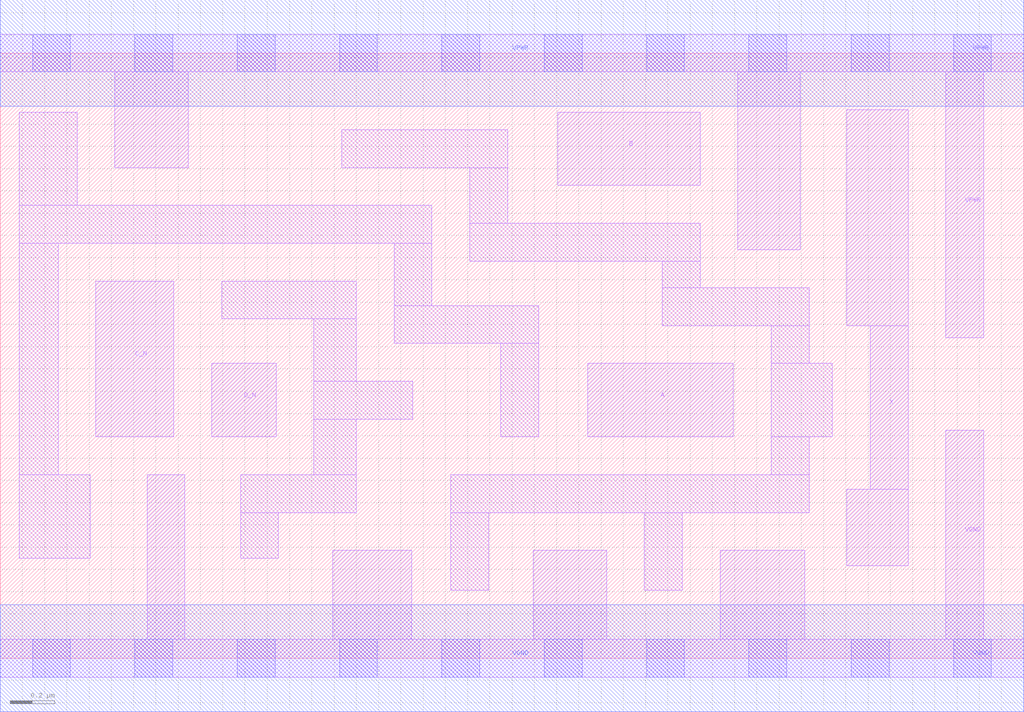
<source format=lef>
# Copyright 2020 The SkyWater PDK Authors
#
# Licensed under the Apache License, Version 2.0 (the "License");
# you may not use this file except in compliance with the License.
# You may obtain a copy of the License at
#
#     https://www.apache.org/licenses/LICENSE-2.0
#
# Unless required by applicable law or agreed to in writing, software
# distributed under the License is distributed on an "AS IS" BASIS,
# WITHOUT WARRANTIES OR CONDITIONS OF ANY KIND, either express or implied.
# See the License for the specific language governing permissions and
# limitations under the License.
#
# SPDX-License-Identifier: Apache-2.0

VERSION 5.7 ;
  NAMESCASESENSITIVE ON ;
  NOWIREEXTENSIONATPIN ON ;
  DIVIDERCHAR "/" ;
  BUSBITCHARS "[]" ;
UNITS
  DATABASE MICRONS 200 ;
END UNITS
MACRO sky130_fd_sc_hd__or4bb_2
  CLASS CORE ;
  SOURCE USER ;
  FOREIGN sky130_fd_sc_hd__or4bb_2 ;
  ORIGIN  0.000000  0.000000 ;
  SIZE  4.600000 BY  2.720000 ;
  SYMMETRY X Y R90 ;
  SITE unithd ;
  PIN A
    ANTENNAGATEAREA  0.126000 ;
    DIRECTION INPUT ;
    USE SIGNAL ;
    PORT
      LAYER li1 ;
        RECT 2.640000 0.995000 3.295000 1.325000 ;
    END
  END A
  PIN B
    ANTENNAGATEAREA  0.126000 ;
    DIRECTION INPUT ;
    USE SIGNAL ;
    PORT
      LAYER li1 ;
        RECT 2.505000 2.125000 3.145000 2.455000 ;
    END
  END B
  PIN C_N
    ANTENNAGATEAREA  0.126000 ;
    DIRECTION INPUT ;
    USE SIGNAL ;
    PORT
      LAYER li1 ;
        RECT 0.430000 0.995000 0.780000 1.695000 ;
    END
  END C_N
  PIN D_N
    ANTENNAGATEAREA  0.126000 ;
    DIRECTION INPUT ;
    USE SIGNAL ;
    PORT
      LAYER li1 ;
        RECT 0.950000 0.995000 1.240000 1.325000 ;
    END
  END D_N
  PIN X
    ANTENNADIFFAREA  0.445500 ;
    DIRECTION OUTPUT ;
    USE SIGNAL ;
    PORT
      LAYER li1 ;
        RECT 3.805000 0.415000 4.080000 0.760000 ;
        RECT 3.805000 1.495000 4.080000 2.465000 ;
        RECT 3.910000 0.760000 4.080000 1.495000 ;
    END
  END X
  PIN VGND
    DIRECTION INOUT ;
    SHAPE ABUTMENT ;
    USE GROUND ;
    PORT
      LAYER li1 ;
        RECT 0.000000 -0.085000 4.600000 0.085000 ;
        RECT 0.660000  0.085000 0.830000 0.825000 ;
        RECT 1.495000  0.085000 1.850000 0.485000 ;
        RECT 2.395000  0.085000 2.725000 0.485000 ;
        RECT 3.235000  0.085000 3.615000 0.485000 ;
        RECT 4.250000  0.085000 4.420000 1.025000 ;
      LAYER mcon ;
        RECT 0.145000 -0.085000 0.315000 0.085000 ;
        RECT 0.605000 -0.085000 0.775000 0.085000 ;
        RECT 1.065000 -0.085000 1.235000 0.085000 ;
        RECT 1.525000 -0.085000 1.695000 0.085000 ;
        RECT 1.985000 -0.085000 2.155000 0.085000 ;
        RECT 2.445000 -0.085000 2.615000 0.085000 ;
        RECT 2.905000 -0.085000 3.075000 0.085000 ;
        RECT 3.365000 -0.085000 3.535000 0.085000 ;
        RECT 3.825000 -0.085000 3.995000 0.085000 ;
        RECT 4.285000 -0.085000 4.455000 0.085000 ;
      LAYER met1 ;
        RECT 0.000000 -0.240000 4.600000 0.240000 ;
    END
  END VGND
  PIN VPWR
    DIRECTION INOUT ;
    SHAPE ABUTMENT ;
    USE POWER ;
    PORT
      LAYER li1 ;
        RECT 0.000000 2.635000 4.600000 2.805000 ;
        RECT 0.515000 2.205000 0.845000 2.635000 ;
        RECT 3.315000 1.835000 3.595000 2.635000 ;
        RECT 4.250000 1.440000 4.420000 2.635000 ;
      LAYER mcon ;
        RECT 0.145000 2.635000 0.315000 2.805000 ;
        RECT 0.605000 2.635000 0.775000 2.805000 ;
        RECT 1.065000 2.635000 1.235000 2.805000 ;
        RECT 1.525000 2.635000 1.695000 2.805000 ;
        RECT 1.985000 2.635000 2.155000 2.805000 ;
        RECT 2.445000 2.635000 2.615000 2.805000 ;
        RECT 2.905000 2.635000 3.075000 2.805000 ;
        RECT 3.365000 2.635000 3.535000 2.805000 ;
        RECT 3.825000 2.635000 3.995000 2.805000 ;
        RECT 4.285000 2.635000 4.455000 2.805000 ;
      LAYER met1 ;
        RECT 0.000000 2.480000 4.600000 2.960000 ;
    END
  END VPWR
  OBS
    LAYER li1 ;
      RECT 0.085000 0.450000 0.405000 0.825000 ;
      RECT 0.085000 0.825000 0.260000 1.865000 ;
      RECT 0.085000 1.865000 1.940000 2.035000 ;
      RECT 0.085000 2.035000 0.345000 2.455000 ;
      RECT 0.995000 1.525000 1.600000 1.695000 ;
      RECT 1.080000 0.450000 1.250000 0.655000 ;
      RECT 1.080000 0.655000 1.600000 0.825000 ;
      RECT 1.410000 0.825000 1.600000 1.075000 ;
      RECT 1.410000 1.075000 1.855000 1.245000 ;
      RECT 1.410000 1.245000 1.600000 1.525000 ;
      RECT 1.535000 2.205000 2.280000 2.375000 ;
      RECT 1.770000 1.415000 2.420000 1.585000 ;
      RECT 1.770000 1.585000 1.940000 1.865000 ;
      RECT 2.025000 0.305000 2.195000 0.655000 ;
      RECT 2.025000 0.655000 3.635000 0.825000 ;
      RECT 2.110000 1.785000 3.145000 1.955000 ;
      RECT 2.110000 1.955000 2.280000 2.205000 ;
      RECT 2.250000 0.995000 2.420000 1.415000 ;
      RECT 2.895000 0.305000 3.065000 0.655000 ;
      RECT 2.975000 1.495000 3.635000 1.665000 ;
      RECT 2.975000 1.665000 3.145000 1.785000 ;
      RECT 3.465000 0.825000 3.635000 0.995000 ;
      RECT 3.465000 0.995000 3.740000 1.325000 ;
      RECT 3.465000 1.325000 3.635000 1.495000 ;
  END
END sky130_fd_sc_hd__or4bb_2

</source>
